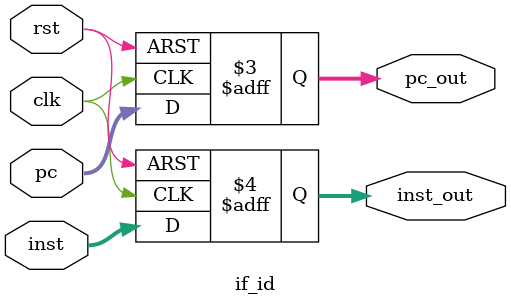
<source format=v>
module if_id(
    input clk,
    input rst,
    input [31:0] pc,
    input [31:0] inst,
    output reg [31:0] pc_out,
    output reg [31:0] inst_out
);

always @(posedge clk or negedge rst) begin
    if(!rst) begin
        pc_out <= 32'd0;
        inst_out <= 32'd0;
    end else begin
        pc_out <= pc;
        inst_out <= inst;
    end
end

endmodule
</source>
